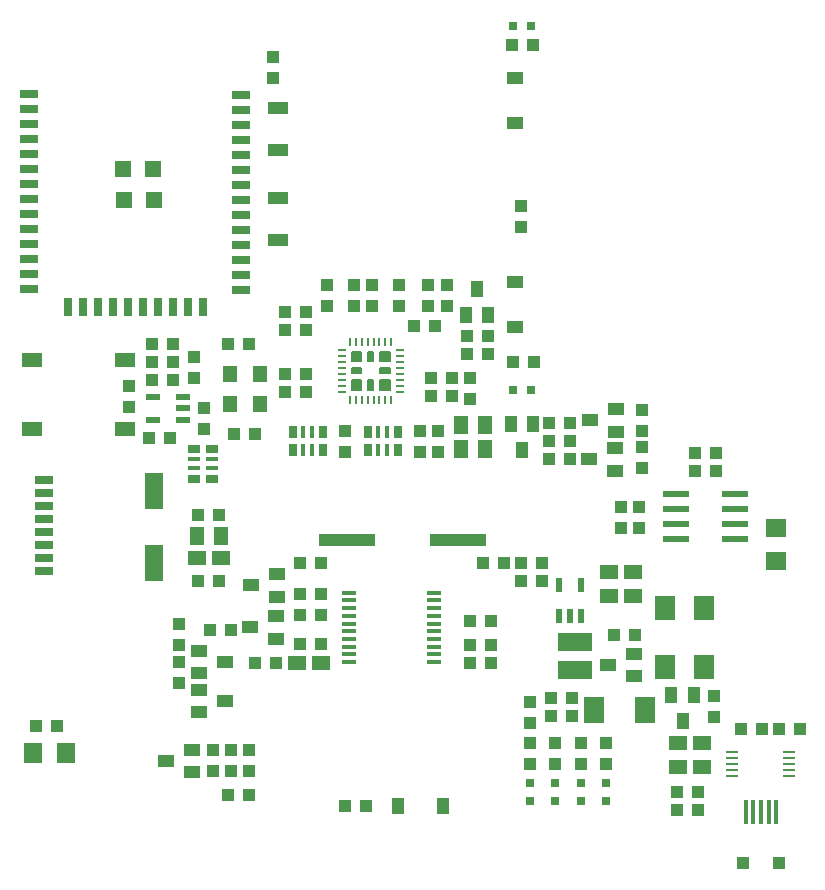
<source format=gbr>
G04 #@! TF.GenerationSoftware,KiCad,Pcbnew,6.0.0-rc1-unknown-0cca1c6~65~ubuntu16.04.1*
G04 #@! TF.CreationDate,2018-08-03T15:16:37+03:00*
G04 #@! TF.ProjectId,ESP32-EVB_Rev_F,45535033322D4556425F5265765F462E,F*
G04 #@! TF.SameCoordinates,Original*
G04 #@! TF.FileFunction,Paste,Top*
G04 #@! TF.FilePolarity,Positive*
%FSLAX46Y46*%
G04 Gerber Fmt 4.6, Leading zero omitted, Abs format (unit mm)*
G04 Created by KiCad (PCBNEW 6.0.0-rc1-unknown-0cca1c6~65~ubuntu16.04.1) date Fri Aug  3 15:16:37 2018*
%MOMM*%
%LPD*%
G01*
G04 APERTURE LIST*
%ADD10C,0.200000*%
%ADD11R,1.778000X1.270000*%
%ADD12R,1.016000X1.016000*%
%ADD13R,1.778000X2.286000*%
%ADD14R,1.400000X1.000000*%
%ADD15R,1.524000X1.270000*%
%ADD16R,1.524000X1.778000*%
%ADD17R,1.778000X1.524000*%
%ADD18R,4.826000X1.100000*%
%ADD19R,0.800000X0.800000*%
%ADD20R,1.700000X2.000000*%
%ADD21R,1.778000X1.016000*%
%ADD22R,1.200000X1.400000*%
%ADD23R,1.270000X1.524000*%
%ADD24R,1.500000X3.100000*%
%ADD25R,1.500000X0.800000*%
%ADD26R,0.230000X0.780000*%
%ADD27R,0.780000X0.230000*%
%ADD28R,1.270000X0.325000*%
%ADD29R,2.200000X0.600000*%
%ADD30R,0.980000X0.230000*%
%ADD31R,0.325000X2.150000*%
%ADD32R,1.100000X1.000000*%
%ADD33R,1.550000X0.750000*%
%ADD34R,0.750000X1.550000*%
%ADD35R,1.400000X1.400000*%
%ADD36R,1.016000X0.381000*%
%ADD37R,1.016000X0.635000*%
%ADD38R,0.381000X1.016000*%
%ADD39R,0.635000X1.016000*%
%ADD40R,0.550000X1.200000*%
%ADD41R,1.000000X1.400000*%
%ADD42R,1.200000X0.550000*%
%ADD43R,3.000000X1.600000*%
G04 APERTURE END LIST*
D10*
G04 #@! TO.C,U4*
X101549000Y-97244000D02*
X101549000Y-96444000D01*
X100749000Y-97244000D02*
X101549000Y-97244000D01*
X100749000Y-96444000D02*
X100749000Y-97244000D01*
X101549000Y-96444000D02*
X100749000Y-96444000D01*
X101549000Y-96544000D02*
X100749000Y-96544000D01*
X101549000Y-96644000D02*
X100749000Y-96644000D01*
X101549000Y-96744000D02*
X100749000Y-96744000D01*
X101549000Y-96844000D02*
X100749000Y-96844000D01*
X101549000Y-96944000D02*
X100749000Y-96944000D01*
X101549000Y-97044000D02*
X100749000Y-97044000D01*
X101549000Y-97144000D02*
X100749000Y-97144000D01*
X99149000Y-97144000D02*
X98349000Y-97144000D01*
X99149000Y-97044000D02*
X98349000Y-97044000D01*
X99149000Y-96944000D02*
X98349000Y-96944000D01*
X99149000Y-96844000D02*
X98349000Y-96844000D01*
X99149000Y-96744000D02*
X98349000Y-96744000D01*
X99149000Y-96644000D02*
X98349000Y-96644000D01*
X99149000Y-96544000D02*
X98349000Y-96544000D01*
X99149000Y-96444000D02*
X98349000Y-96444000D01*
X98349000Y-96444000D02*
X98349000Y-97244000D01*
X98349000Y-97244000D02*
X99149000Y-97244000D01*
X99149000Y-97244000D02*
X99149000Y-96444000D01*
X101549000Y-99544000D02*
X100749000Y-99544000D01*
X101549000Y-99444000D02*
X100749000Y-99444000D01*
X101549000Y-99344000D02*
X100749000Y-99344000D01*
X101549000Y-99244000D02*
X100749000Y-99244000D01*
X101549000Y-99144000D02*
X100749000Y-99144000D01*
X101549000Y-99044000D02*
X100749000Y-99044000D01*
X101549000Y-98944000D02*
X100749000Y-98944000D01*
X101549000Y-98844000D02*
X100749000Y-98844000D01*
X100749000Y-98844000D02*
X100749000Y-99644000D01*
X100749000Y-99644000D02*
X101549000Y-99644000D01*
X101549000Y-99644000D02*
X101549000Y-98844000D01*
X99149000Y-99644000D02*
X99149000Y-98844000D01*
X98349000Y-99644000D02*
X99149000Y-99644000D01*
X98349000Y-98844000D02*
X98349000Y-99644000D01*
X99149000Y-98844000D02*
X98349000Y-98844000D01*
X99149000Y-98944000D02*
X98349000Y-98944000D01*
X99149000Y-99044000D02*
X98349000Y-99044000D01*
X99149000Y-99144000D02*
X98349000Y-99144000D01*
X99149000Y-99244000D02*
X98349000Y-99244000D01*
X99149000Y-99344000D02*
X98349000Y-99344000D01*
X99149000Y-99444000D02*
X98349000Y-99444000D01*
X99149000Y-99544000D02*
X98349000Y-99544000D01*
X99749000Y-96444000D02*
X100149000Y-96444000D01*
X99749000Y-97244000D02*
X99749000Y-96444000D01*
X100149000Y-97244000D02*
X99749000Y-97244000D01*
X100149000Y-96444000D02*
X100149000Y-97244000D01*
X100049000Y-96444000D02*
X100049000Y-97244000D01*
X99949000Y-96444000D02*
X99949000Y-97244000D01*
X99849000Y-96444000D02*
X99849000Y-97244000D01*
X99849000Y-98844000D02*
X99849000Y-99644000D01*
X99949000Y-98844000D02*
X99949000Y-99644000D01*
X100049000Y-98844000D02*
X100049000Y-99644000D01*
X100149000Y-98844000D02*
X100149000Y-99644000D01*
X100149000Y-99644000D02*
X99749000Y-99644000D01*
X99749000Y-99644000D02*
X99749000Y-98844000D01*
X99749000Y-98844000D02*
X100149000Y-98844000D01*
X101549000Y-98244000D02*
X101549000Y-97844000D01*
X100749000Y-98244000D02*
X101549000Y-98244000D01*
X100749000Y-97844000D02*
X100749000Y-98244000D01*
X101549000Y-97844000D02*
X100749000Y-97844000D01*
X101549000Y-97944000D02*
X100749000Y-97944000D01*
X100749000Y-98044000D02*
X101549000Y-98044000D01*
X101549000Y-98144000D02*
X100749000Y-98144000D01*
X99149000Y-98144000D02*
X98349000Y-98144000D01*
X98349000Y-98044000D02*
X99149000Y-98044000D01*
X99149000Y-97944000D02*
X98349000Y-97944000D01*
X99149000Y-97844000D02*
X98349000Y-97844000D01*
X98349000Y-97844000D02*
X98349000Y-98244000D01*
X98349000Y-98244000D02*
X99149000Y-98244000D01*
X99149000Y-98244000D02*
X99149000Y-97844000D01*
G04 #@! TD*
D11*
G04 #@! TO.C,RST1*
X71247000Y-102997000D03*
X79121000Y-102997000D03*
G04 #@! TD*
G04 #@! TO.C,BUT1*
X71247000Y-97155000D03*
X79121000Y-97155000D03*
G04 #@! TD*
D12*
G04 #@! TO.C,R25*
X104775000Y-92583000D03*
X104775000Y-90805000D03*
G04 #@! TD*
D13*
G04 #@! TO.C,D2*
X118854000Y-126746000D03*
X123208000Y-126746000D03*
G04 #@! TD*
D12*
G04 #@! TO.C,R57*
X83693000Y-121285000D03*
X83693000Y-119507000D03*
G04 #@! TD*
G04 #@! TO.C,R44*
X83693000Y-124460000D03*
X83693000Y-122682000D03*
G04 #@! TD*
D14*
G04 #@! TO.C,U10*
X87587000Y-122682000D03*
X85387000Y-123632000D03*
X85387000Y-121732000D03*
G04 #@! TD*
G04 #@! TO.C,U9*
X87587000Y-125984000D03*
X85387000Y-126934000D03*
X85387000Y-125034000D03*
G04 #@! TD*
D12*
G04 #@! TO.C,R37*
X86360000Y-120015000D03*
X88138000Y-120015000D03*
G04 #@! TD*
D15*
G04 #@! TO.C,C4*
X120142000Y-115062000D03*
X120142000Y-117094000D03*
G04 #@! TD*
G04 #@! TO.C,C3*
X122174000Y-115062000D03*
X122174000Y-117094000D03*
G04 #@! TD*
D12*
G04 #@! TO.C,R20*
X112649000Y-114300000D03*
X114427000Y-114300000D03*
G04 #@! TD*
G04 #@! TO.C,R19*
X112649000Y-115824000D03*
X114427000Y-115824000D03*
G04 #@! TD*
G04 #@! TO.C,R4*
X119888000Y-129540000D03*
X119888000Y-131318000D03*
G04 #@! TD*
G04 #@! TO.C,R56*
X86614000Y-131953000D03*
X86614000Y-130175000D03*
G04 #@! TD*
G04 #@! TO.C,R55*
X88138000Y-131953000D03*
X88138000Y-130175000D03*
G04 #@! TD*
G04 #@! TO.C,R54*
X84963000Y-96901000D03*
X84963000Y-98679000D03*
G04 #@! TD*
D16*
G04 #@! TO.C,R53*
X74168000Y-130429000D03*
X71374000Y-130429000D03*
G04 #@! TD*
D12*
G04 #@! TO.C,R49*
X127381000Y-105029000D03*
X129159000Y-105029000D03*
G04 #@! TD*
G04 #@! TO.C,R48*
X127381000Y-106553000D03*
X129159000Y-106553000D03*
G04 #@! TD*
D17*
G04 #@! TO.C,R47*
X134239000Y-111379000D03*
X134239000Y-114173000D03*
G04 #@! TD*
D12*
G04 #@! TO.C,R46*
X83185000Y-98806000D03*
X81407000Y-98806000D03*
G04 #@! TD*
G04 #@! TO.C,R45*
X81407000Y-97282000D03*
X83185000Y-97282000D03*
G04 #@! TD*
G04 #@! TO.C,R42*
X93980000Y-118745000D03*
X95758000Y-118745000D03*
G04 #@! TD*
G04 #@! TO.C,R30*
X129032000Y-127381000D03*
X129032000Y-125603000D03*
G04 #@! TD*
D18*
G04 #@! TO.C,Q3*
X97917000Y-112395000D03*
X107315000Y-112395000D03*
G04 #@! TD*
D19*
G04 #@! TO.C,PWR_GOOD1*
X117729000Y-132969000D03*
X117729000Y-134493000D03*
G04 #@! TD*
D20*
G04 #@! TO.C,D6*
X128143000Y-123150000D03*
X128143000Y-118150000D03*
G04 #@! TD*
D12*
G04 #@! TO.C,C28*
X79502000Y-99314000D03*
X79502000Y-101092000D03*
G04 #@! TD*
G04 #@! TO.C,C27*
X73406000Y-128143000D03*
X71628000Y-128143000D03*
G04 #@! TD*
G04 #@! TO.C,C26*
X122682000Y-111379000D03*
X122682000Y-109601000D03*
G04 #@! TD*
G04 #@! TO.C,C25*
X121158000Y-111379000D03*
X121158000Y-109601000D03*
G04 #@! TD*
G04 #@! TO.C,C24*
X110109000Y-119253000D03*
X108331000Y-119253000D03*
G04 #@! TD*
G04 #@! TO.C,C23*
X93980000Y-121158000D03*
X95758000Y-121158000D03*
G04 #@! TD*
G04 #@! TO.C,C22*
X111252000Y-114300000D03*
X109474000Y-114300000D03*
G04 #@! TD*
G04 #@! TO.C,C21*
X93980000Y-114300000D03*
X95758000Y-114300000D03*
G04 #@! TD*
D19*
G04 #@! TO.C,COMPLETE1*
X113411000Y-132969000D03*
X113411000Y-134493000D03*
G04 #@! TD*
G04 #@! TO.C,CHARGING1*
X115570000Y-132969000D03*
X115570000Y-134493000D03*
G04 #@! TD*
D21*
G04 #@! TO.C,C20*
X92075000Y-75819000D03*
X92075000Y-79375000D03*
G04 #@! TD*
G04 #@! TO.C,C19*
X92075000Y-86995000D03*
X92075000Y-83439000D03*
G04 #@! TD*
D12*
G04 #@! TO.C,R43*
X85344000Y-110236000D03*
X87122000Y-110236000D03*
G04 #@! TD*
G04 #@! TO.C,R41*
X93980000Y-116967000D03*
X95758000Y-116967000D03*
G04 #@! TD*
G04 #@! TO.C,R40*
X110109000Y-121285000D03*
X108331000Y-121285000D03*
G04 #@! TD*
G04 #@! TO.C,R39*
X92710000Y-93091000D03*
X94488000Y-93091000D03*
G04 #@! TD*
G04 #@! TO.C,R38*
X106807000Y-100203000D03*
X105029000Y-100203000D03*
G04 #@! TD*
G04 #@! TO.C,R36*
X89662000Y-95758000D03*
X87884000Y-95758000D03*
G04 #@! TD*
G04 #@! TO.C,R35*
X110109000Y-122809000D03*
X108331000Y-122809000D03*
G04 #@! TD*
G04 #@! TO.C,R34*
X90170000Y-103378000D03*
X88392000Y-103378000D03*
G04 #@! TD*
G04 #@! TO.C,R33*
X100076000Y-92583000D03*
X100076000Y-90805000D03*
G04 #@! TD*
G04 #@! TO.C,R32*
X102362000Y-92583000D03*
X102362000Y-90805000D03*
G04 #@! TD*
G04 #@! TO.C,R31*
X96266000Y-92583000D03*
X96266000Y-90805000D03*
G04 #@! TD*
G04 #@! TO.C,R29*
X85344000Y-115824000D03*
X87122000Y-115824000D03*
G04 #@! TD*
G04 #@! TO.C,R28*
X98552000Y-92583000D03*
X98552000Y-90805000D03*
G04 #@! TD*
G04 #@! TO.C,R27*
X112649000Y-85852000D03*
X112649000Y-84074000D03*
G04 #@! TD*
G04 #@! TO.C,R26*
X91694000Y-71501000D03*
X91694000Y-73279000D03*
G04 #@! TD*
G04 #@! TO.C,R24*
X85852000Y-101219000D03*
X85852000Y-102997000D03*
G04 #@! TD*
G04 #@! TO.C,R23*
X97790000Y-134874000D03*
X99568000Y-134874000D03*
G04 #@! TD*
G04 #@! TO.C,R22*
X113411000Y-127889000D03*
X113411000Y-126111000D03*
G04 #@! TD*
G04 #@! TO.C,R21*
X89662000Y-130175000D03*
X89662000Y-131953000D03*
G04 #@! TD*
G04 #@! TO.C,R18*
X89662000Y-133985000D03*
X87884000Y-133985000D03*
G04 #@! TD*
G04 #@! TO.C,R17*
X122301000Y-120396000D03*
X120523000Y-120396000D03*
G04 #@! TD*
G04 #@! TO.C,R16*
X81153000Y-103759000D03*
X82931000Y-103759000D03*
G04 #@! TD*
G04 #@! TO.C,R15*
X117729000Y-129540000D03*
X117729000Y-131318000D03*
G04 #@! TD*
G04 #@! TO.C,R14*
X83185000Y-95758000D03*
X81407000Y-95758000D03*
G04 #@! TD*
G04 #@! TO.C,R13*
X136271000Y-128397000D03*
X134493000Y-128397000D03*
G04 #@! TD*
G04 #@! TO.C,R12*
X133096000Y-128397000D03*
X131318000Y-128397000D03*
G04 #@! TD*
G04 #@! TO.C,R11*
X111887000Y-70485000D03*
X113665000Y-70485000D03*
G04 #@! TD*
G04 #@! TO.C,R10*
X125857000Y-135255000D03*
X127635000Y-135255000D03*
G04 #@! TD*
G04 #@! TO.C,R9*
X115570000Y-129540000D03*
X115570000Y-131318000D03*
G04 #@! TD*
G04 #@! TO.C,R8*
X125857000Y-133731000D03*
X127635000Y-133731000D03*
G04 #@! TD*
G04 #@! TO.C,R7*
X113411000Y-129540000D03*
X113411000Y-131318000D03*
G04 #@! TD*
G04 #@! TO.C,R6*
X108077000Y-95123000D03*
X109855000Y-95123000D03*
G04 #@! TD*
G04 #@! TO.C,R5*
X108077000Y-96647000D03*
X109855000Y-96647000D03*
G04 #@! TD*
G04 #@! TO.C,R3*
X112014000Y-97282000D03*
X113792000Y-97282000D03*
G04 #@! TD*
G04 #@! TO.C,R2*
X122936000Y-103124000D03*
X122936000Y-101346000D03*
G04 #@! TD*
G04 #@! TO.C,R1*
X122936000Y-104521000D03*
X122936000Y-106299000D03*
G04 #@! TD*
D19*
G04 #@! TO.C,PWRLED1*
X119888000Y-132969000D03*
X119888000Y-134493000D03*
G04 #@! TD*
G04 #@! TO.C,LED2*
X113538000Y-68834000D03*
X112014000Y-68834000D03*
G04 #@! TD*
G04 #@! TO.C,LED1*
X113538000Y-99695000D03*
X112014000Y-99695000D03*
G04 #@! TD*
D20*
G04 #@! TO.C,D4*
X124841000Y-118150000D03*
X124841000Y-123150000D03*
G04 #@! TD*
D22*
G04 #@! TO.C,CR1*
X88011000Y-100838000D03*
X88011000Y-98298000D03*
X90551000Y-98298000D03*
X90551000Y-100838000D03*
G04 #@! TD*
D12*
G04 #@! TO.C,C18*
X105029000Y-98679000D03*
X106807000Y-98679000D03*
G04 #@! TD*
G04 #@! TO.C,C17*
X92710000Y-98298000D03*
X94488000Y-98298000D03*
G04 #@! TD*
G04 #@! TO.C,C16*
X92710000Y-99822000D03*
X94488000Y-99822000D03*
G04 #@! TD*
G04 #@! TO.C,C15*
X92710000Y-94615000D03*
X94488000Y-94615000D03*
G04 #@! TD*
G04 #@! TO.C,C14*
X105410000Y-94234000D03*
X103632000Y-94234000D03*
G04 #@! TD*
G04 #@! TO.C,C13*
X97790000Y-104902000D03*
X97790000Y-103124000D03*
G04 #@! TD*
G04 #@! TO.C,C12*
X108331000Y-98679000D03*
X108331000Y-100457000D03*
G04 #@! TD*
G04 #@! TO.C,C11*
X106426000Y-92583000D03*
X106426000Y-90805000D03*
G04 #@! TD*
D23*
G04 #@! TO.C,C10*
X87249000Y-112014000D03*
X85217000Y-112014000D03*
G04 #@! TD*
D12*
G04 #@! TO.C,C9*
X104140000Y-103124000D03*
X104140000Y-104902000D03*
G04 #@! TD*
G04 #@! TO.C,C8*
X105664000Y-103124000D03*
X105664000Y-104902000D03*
G04 #@! TD*
G04 #@! TO.C,C7*
X116967000Y-127254000D03*
X115189000Y-127254000D03*
G04 #@! TD*
G04 #@! TO.C,C6*
X116967000Y-125730000D03*
X115189000Y-125730000D03*
G04 #@! TD*
G04 #@! TO.C,C5*
X91948000Y-122809000D03*
X90170000Y-122809000D03*
G04 #@! TD*
D15*
G04 #@! TO.C,C2*
X128016000Y-131572000D03*
X128016000Y-129540000D03*
G04 #@! TD*
G04 #@! TO.C,C1*
X125984000Y-131572000D03*
X125984000Y-129540000D03*
G04 #@! TD*
D24*
G04 #@! TO.C,MICRO_SD1*
X81577000Y-114275000D03*
X81577000Y-108215000D03*
D25*
X72327000Y-107275000D03*
X72327000Y-108375000D03*
X72327000Y-109475000D03*
X72327000Y-110575000D03*
X72327000Y-111675000D03*
X72327000Y-112775000D03*
X72327000Y-113875000D03*
X72327000Y-114975000D03*
G04 #@! TD*
D26*
G04 #@! TO.C,U4*
X98199000Y-95594000D03*
X98699000Y-95594000D03*
X99199000Y-95594000D03*
X99699000Y-95594000D03*
X100199000Y-95594000D03*
X100699000Y-95594000D03*
X101199000Y-95594000D03*
X101699000Y-95594000D03*
D27*
X102399000Y-96294000D03*
X102399000Y-96794000D03*
X102399000Y-97294000D03*
X102399000Y-97794000D03*
X102399000Y-98294000D03*
X102399000Y-98794000D03*
X102399000Y-99294000D03*
X102399000Y-99794000D03*
D26*
X101699000Y-100494000D03*
X101199000Y-100494000D03*
X100699000Y-100494000D03*
X100199000Y-100494000D03*
X99699000Y-100494000D03*
X99199000Y-100494000D03*
X98699000Y-100494000D03*
X98199000Y-100494000D03*
D27*
X97499000Y-99794000D03*
X97499000Y-99294000D03*
X97499000Y-98794000D03*
X97499000Y-98294000D03*
X97499000Y-97794000D03*
X97499000Y-97294000D03*
X97499000Y-96794000D03*
X97499000Y-96294000D03*
G04 #@! TD*
D28*
G04 #@! TO.C,U5*
X105346500Y-122686000D03*
X105346500Y-122036000D03*
X105346500Y-121386000D03*
X105346500Y-120736000D03*
X105346500Y-120086000D03*
X105346500Y-119436000D03*
X105346500Y-118786000D03*
X105346500Y-118136000D03*
X105346500Y-117486000D03*
X105346500Y-116836000D03*
X98107500Y-116836000D03*
X98107500Y-117486000D03*
X98107500Y-118136000D03*
X98107500Y-118786000D03*
X98107500Y-119436000D03*
X98107500Y-120086000D03*
X98107500Y-120736000D03*
X98107500Y-121386000D03*
X98107500Y-122036000D03*
X98107500Y-122686000D03*
G04 #@! TD*
D29*
G04 #@! TO.C,U6*
X130770000Y-108458000D03*
X130770000Y-109728000D03*
X130770000Y-110998000D03*
X130770000Y-112268000D03*
X125770000Y-112268000D03*
X125770000Y-110998000D03*
X125770000Y-109728000D03*
X125770000Y-108458000D03*
G04 #@! TD*
D30*
G04 #@! TO.C,U1*
X135369000Y-130318000D03*
X135369000Y-130818000D03*
X135369000Y-131318000D03*
X135369000Y-131818000D03*
X135369000Y-132318000D03*
X130569000Y-132318000D03*
X130569000Y-131818000D03*
X130569000Y-131318000D03*
X130569000Y-130818000D03*
X130569000Y-130318000D03*
G04 #@! TD*
D31*
G04 #@! TO.C,USB-UART1*
X131700000Y-135403000D03*
X132350000Y-135403000D03*
X133000000Y-135403000D03*
X133650000Y-135403000D03*
X134300000Y-135403000D03*
D32*
X131500000Y-139703000D03*
X134500000Y-139703000D03*
G04 #@! TD*
D33*
G04 #@! TO.C,U3*
X89010000Y-74673000D03*
X89010000Y-75943000D03*
X89010000Y-77213000D03*
X89010000Y-78483000D03*
X89010000Y-79753000D03*
X89010000Y-81023000D03*
X89010000Y-82293000D03*
X89010000Y-83563000D03*
X89010000Y-84833000D03*
X89010000Y-86103000D03*
X89010000Y-87373000D03*
X89010000Y-88643000D03*
X89010000Y-89913000D03*
X89010000Y-91183000D03*
D34*
X85740000Y-92633000D03*
X84470000Y-92633000D03*
X83200000Y-92633000D03*
X81930000Y-92633000D03*
X80660000Y-92633000D03*
X79390000Y-92633000D03*
X78120000Y-92633000D03*
X76850000Y-92633000D03*
X75580000Y-92633000D03*
X74310000Y-92633000D03*
D33*
X71010000Y-91143000D03*
X71010000Y-89873000D03*
X71010000Y-88603000D03*
X71010000Y-87333000D03*
X71010000Y-86063000D03*
X71010000Y-84793000D03*
X71010000Y-83523000D03*
X71010000Y-82253000D03*
X71010000Y-80983000D03*
X71010000Y-79713000D03*
X71010000Y-78443000D03*
X71010000Y-77173000D03*
X71010000Y-75903000D03*
X71010000Y-74633000D03*
D35*
X79011000Y-80949000D03*
X81551000Y-80949000D03*
X79036400Y-83616000D03*
X81576400Y-83616000D03*
G04 #@! TD*
D36*
G04 #@! TO.C,RM1*
X84963000Y-106299000D03*
X84963000Y-105537000D03*
X86487000Y-106299000D03*
X86487000Y-105537000D03*
D37*
X84963000Y-107188000D03*
X86487000Y-107188000D03*
X84963000Y-104648000D03*
X86487000Y-104648000D03*
G04 #@! TD*
D38*
G04 #@! TO.C,RM2*
X94996000Y-104775000D03*
X94234000Y-104775000D03*
X94996000Y-103251000D03*
X94234000Y-103251000D03*
D39*
X95885000Y-104775000D03*
X95885000Y-103251000D03*
X93345000Y-104775000D03*
X93345000Y-103251000D03*
G04 #@! TD*
D38*
G04 #@! TO.C,RM3*
X100584000Y-103251000D03*
X101346000Y-103251000D03*
X100584000Y-104775000D03*
X101346000Y-104775000D03*
D39*
X99695000Y-103251000D03*
X99695000Y-104775000D03*
X102235000Y-103251000D03*
X102235000Y-104775000D03*
G04 #@! TD*
D40*
G04 #@! TO.C,U2*
X115890000Y-118775000D03*
X116840000Y-118775000D03*
X117790000Y-118775000D03*
X115890000Y-116175000D03*
X117790000Y-116175000D03*
G04 #@! TD*
D14*
G04 #@! TO.C,Q1*
X120741440Y-103184960D03*
X120741440Y-101282500D03*
X118531640Y-102237540D03*
G04 #@! TD*
G04 #@! TO.C,Q4*
X92039440Y-117154960D03*
X92039440Y-115252500D03*
X89829640Y-116207540D03*
G04 #@! TD*
G04 #@! TO.C,Q5*
X91912440Y-120710960D03*
X91912440Y-118808500D03*
X89702640Y-119763540D03*
G04 #@! TD*
G04 #@! TO.C,Q7*
X84800440Y-132013960D03*
X84800440Y-130111500D03*
X82590640Y-131066540D03*
G04 #@! TD*
D41*
G04 #@! TO.C,Q2*
X108016040Y-93309440D03*
X109918500Y-93309440D03*
X108963460Y-91099640D03*
G04 #@! TD*
D14*
G04 #@! TO.C,D3*
X112141000Y-73284000D03*
X112141000Y-77084000D03*
G04 #@! TD*
G04 #@! TO.C,D1*
X112141000Y-90556000D03*
X112141000Y-94356000D03*
G04 #@! TD*
D41*
G04 #@! TO.C,D5*
X106040000Y-134874000D03*
X102240000Y-134874000D03*
G04 #@! TD*
G04 #@! TO.C,FET2*
X127314960Y-125511560D03*
X125412500Y-125511560D03*
X126367540Y-127721360D03*
G04 #@! TD*
D14*
G04 #@! TO.C,FET1*
X122265440Y-123885960D03*
X122265440Y-121983500D03*
X120055640Y-122938540D03*
G04 #@! TD*
D42*
G04 #@! TO.C,U8*
X84104000Y-102169000D03*
X84104000Y-101219000D03*
X84104000Y-100269000D03*
X81504000Y-102169000D03*
X81504000Y-100269000D03*
G04 #@! TD*
D15*
G04 #@! TO.C,L4*
X87249000Y-113919000D03*
X85217000Y-113919000D03*
G04 #@! TD*
D23*
G04 #@! TO.C,L3*
X107569000Y-104648000D03*
X107569000Y-102616000D03*
G04 #@! TD*
D15*
G04 #@! TO.C,L1*
X95758000Y-122809000D03*
X93726000Y-122809000D03*
G04 #@! TD*
D43*
G04 #@! TO.C,L2*
X117221000Y-123374000D03*
X117221000Y-120974000D03*
G04 #@! TD*
D12*
G04 #@! TO.C,C29*
X115062000Y-102489000D03*
X116840000Y-102489000D03*
G04 #@! TD*
D41*
G04 #@! TO.C,FET3*
X113725960Y-102524560D03*
X111823500Y-102524560D03*
X112778540Y-104734360D03*
G04 #@! TD*
D14*
G04 #@! TO.C,FET4*
X120614440Y-106486960D03*
X120614440Y-104584500D03*
X118404640Y-105539540D03*
G04 #@! TD*
D23*
G04 #@! TO.C,L5*
X109601000Y-102616000D03*
X109601000Y-104648000D03*
G04 #@! TD*
D12*
G04 #@! TO.C,R50*
X115062000Y-105537000D03*
X116840000Y-105537000D03*
G04 #@! TD*
G04 #@! TO.C,R51*
X115062000Y-104013000D03*
X116840000Y-104013000D03*
G04 #@! TD*
M02*

</source>
